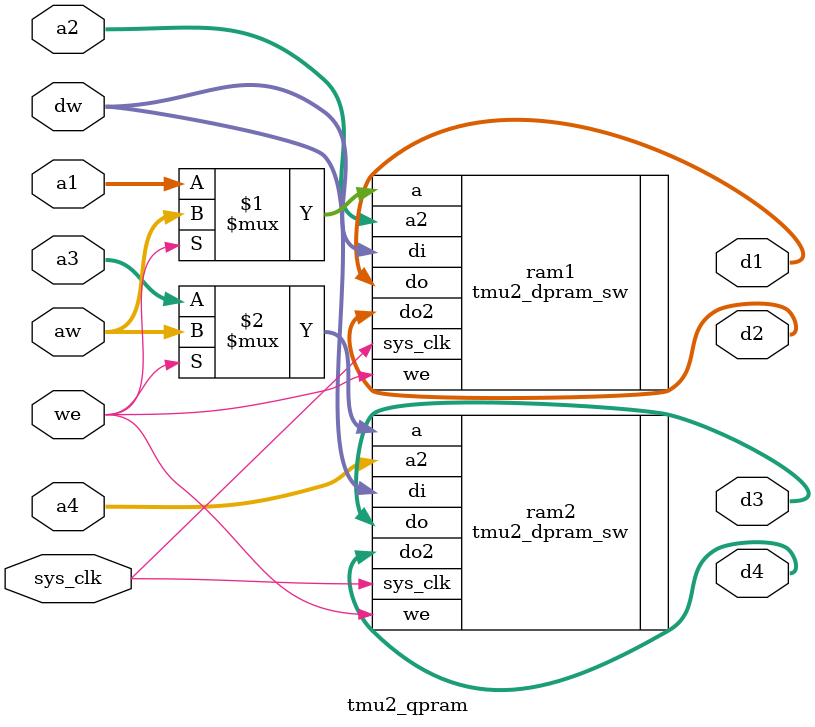
<source format=v>
/*
 * Milkymist VJ SoC
 * Copyright (C) 2007, 2008, 2009, 2010 Sebastien Bourdeauducq
 *
 * This program is free software: you can redistribute it and/or modify
 * it under the terms of the GNU General Public License as published by
 * the Free Software Foundation, version 3 of the License.
 *
 * This program is distributed in the hope that it will be useful,
 * but WITHOUT ANY WARRANTY; without even the implied warranty of
 * MERCHANTABILITY or FITNESS FOR A PARTICULAR PURPOSE.  See the
 * GNU General Public License for more details.
 *
 * You should have received a copy of the GNU General Public License
 * along with this program.  If not, see <http://www.gnu.org/licenses/>.
 */

module tmu2_qpram #(
	parameter depth = 11, /* < log2 of the capacity in words */
	parameter width = 8
) (
	input sys_clk,

	/* Read port 1 */
	input [depth-1:0] a1,
	output [width-1:0] d1,

	/* Read port 2 */
	input [depth-1:0] a2,
	output [width-1:0] d2,

	/* Read port 3 */
	input [depth-1:0] a3,
	output [width-1:0] d3,

	/* Read port 4 */
	input [depth-1:0] a4,
	output [width-1:0] d4,

	/* Write port - we=1 disables read ports 1 and 3 */
	input we,
	input [depth-1:0] aw,
	input [width-1:0] dw
);

tmu2_dpram_sw #(
	.depth(depth),
	.width(width)
) ram1 (
	.sys_clk(sys_clk),

	.a(we ? aw : a1),
	.we(we),
	.di(dw),
	.do(d1),

	.a2(a2),
	.do2(d2)
);

tmu2_dpram_sw #(
	.depth(depth),
	.width(width)
) ram2 (
	.sys_clk(sys_clk),

	.a(we ? aw : a3),
	.we(we),
	.di(dw),
	.do(d3),

	.a2(a4),
	.do2(d4)
);

endmodule

</source>
